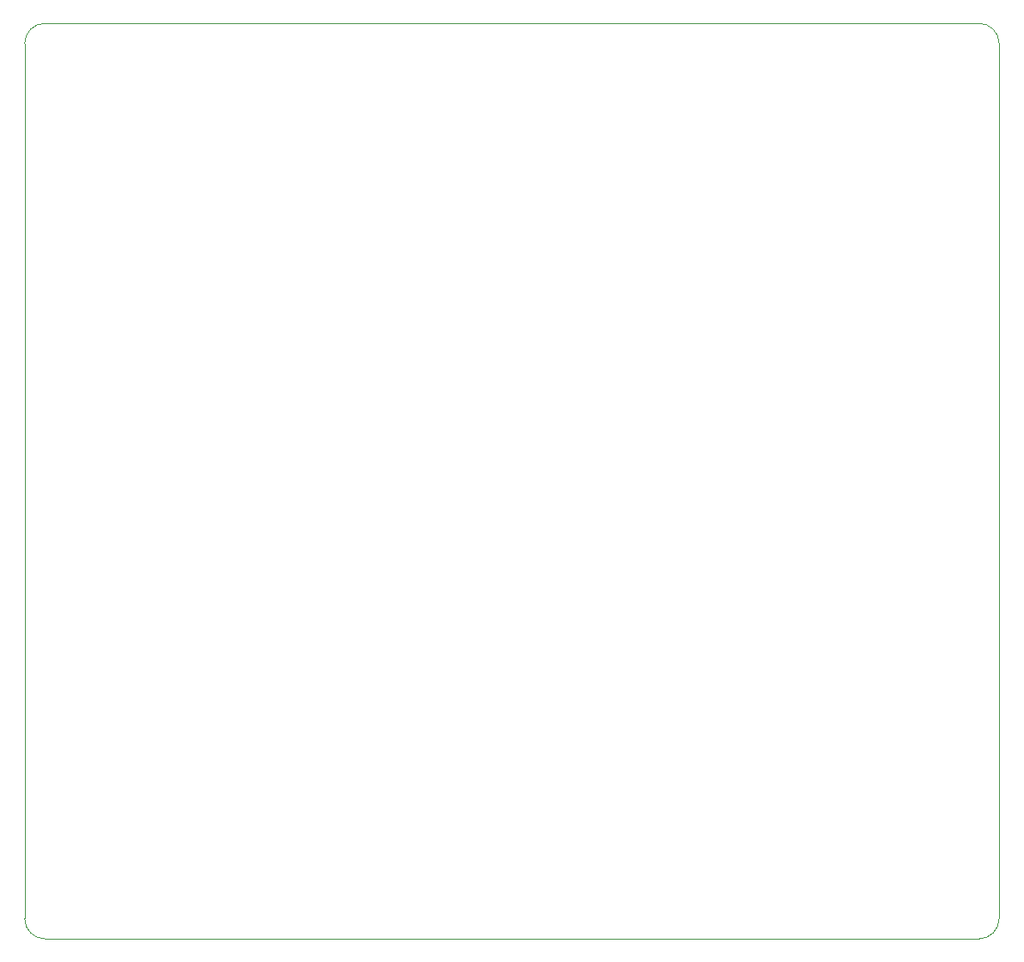
<source format=gm1>
%TF.GenerationSoftware,KiCad,Pcbnew,8.0.5*%
%TF.CreationDate,2025-04-09T01:02:25+01:00*%
%TF.ProjectId,OBC2,4f424332-2e6b-4696-9361-645f70636258,A*%
%TF.SameCoordinates,Original*%
%TF.FileFunction,Profile,NP*%
%FSLAX46Y46*%
G04 Gerber Fmt 4.6, Leading zero omitted, Abs format (unit mm)*
G04 Created by KiCad (PCBNEW 8.0.5) date 2025-04-09 01:02:25*
%MOMM*%
%LPD*%
G01*
G04 APERTURE LIST*
%TA.AperFunction,Profile*%
%ADD10C,0.050000*%
%TD*%
G04 APERTURE END LIST*
D10*
X145885000Y-138170000D02*
G75*
G02*
X143885000Y-140170000I-2000000J0D01*
G01*
X143885000Y-140170000D02*
X52000000Y-140170000D01*
X50000000Y-138170000D02*
X50000000Y-52000000D01*
X143885000Y-50000000D02*
G75*
G02*
X145885000Y-52000000I0J-2000000D01*
G01*
X145885000Y-52000000D02*
X145885000Y-138170000D01*
X50000000Y-52000000D02*
G75*
G02*
X52000000Y-50000000I2000000J0D01*
G01*
X52000000Y-140170000D02*
G75*
G02*
X50000000Y-138170000I0J2000000D01*
G01*
X52000000Y-50000000D02*
X143885000Y-50000000D01*
M02*

</source>
